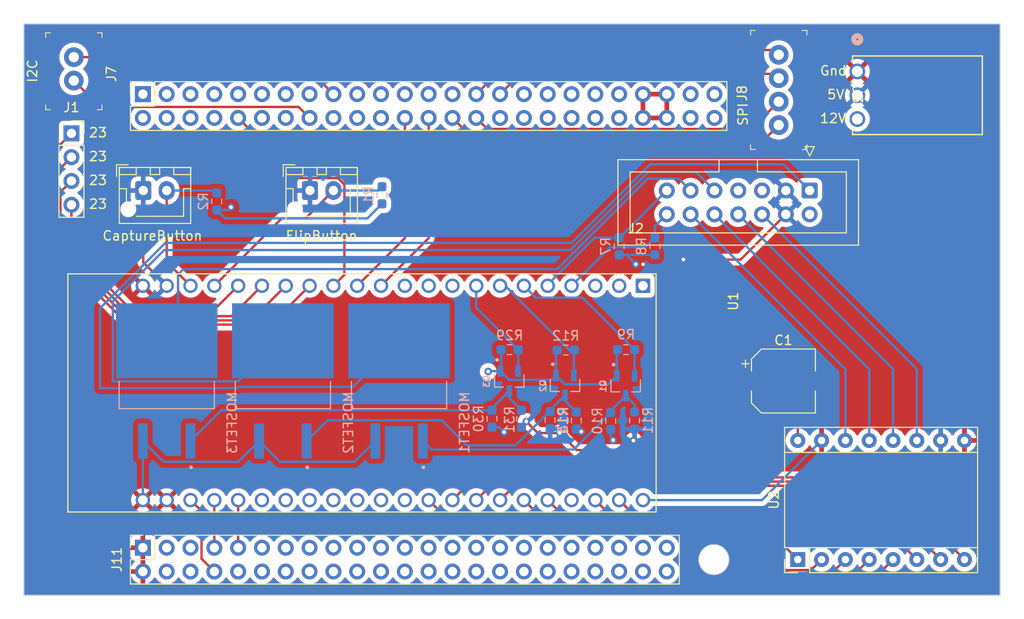
<source format=kicad_pcb>
(kicad_pcb (version 20240108) (generator "pcbnew") (generator_version "8.0")
  (layers (0 "F.Cu" signal) (1 "In1.Cu" signal) (2 "In2.Cu" signal) (31 "B.Cu" signal) (34 "B.Paste" user) (35 "F.Paste" user) (36 "B.SilkS" user "B.Silkscreen") (37 "F.SilkS" user "F.Silkscreen") (38 "B.Mask" user) (39 "F.Mask" user) (44 "Edge.Cuts" user))
  (net 0 "")
  (net 1 "Conn3")
  (net 2 "Conn4")
  (net 3 "Conn2")
  (net 4 "Conn1")
  (net 5 "GND")
  (net 22 "SPI1_D0")
  (net 23 "RxD")
  (net 24 "I2C1_SDA")
  (net 27 "SPI1_CS0")
  (net 31 "SPI1_D1")
  (net 34 "SPI1_SCLK")
  (net 44 "TxD")
  (net 76 "Sys_reset")
  (net 83 "Sw1")
  (net 84 "Sw2")
  (net 85 "1B")
  (net 86 "1A")
  (net 87 "TL-")
  (net 88 "BL-")
  (net 89 "2B")
  (net 90 "2A")
  (net 91 "UV-")
  (net 95 "I2C1_SCL")
  (net 98 "FlipButton")
  (net 99 "CaptureButton")
  (net 100 "TopLightsLV")
  (net 101 "+3.3V")
  (net 102 "TopLightsHV")
  (net 103 "BottomLightsLV")
  (net 104 "BottomLightsHV")
  (net 105 "UVLightsHV")
  (net 106 "UVLightsLV")
  (net 114 "MS3{slash}CS")
  (net 115 "DIR")
  (net 116 "RST{slash}SDO")
  (net 117 "MS2{slash}SCK")
  (net 118 "MS1{slash}SDI")
  (net 119 "EN")
  (net 120 "STEP")
  (net 121 "5V")
  (net 122 "+12V")
  (net 125 "SBC_Power")
  (net 126 "Wire2")
  (net 127 "Wire1")
  (net 131 "SLP{slash}NC")
  (footprint "Connector_PinSocket_2.54mm:PinSocket_1x04_P2.54mm_Vertical" (layer "F.Cu") (at 170.18 138.684)
    (property "Reference" "J1")
    (property "Value" "Conn_01x04_Pin" (hide yes))
  )
  (footprint "Connector_IDC:IDC-Header_2x07_P2.54mm_Vertical" (layer "F.Cu") (at 248.92 144.78 -90)
    (property "Reference" "J2")
    (property "Value" "Conn_02x07_Odd_Even")
  )
  (footprint "Module:Pololu_Breakout-16_15.2x20.3mm" (layer "F.Cu") (at 247.65 184.14 90)
    (property "Reference" "U2")
    (property "Value" "~")
  )
  (footprint "digikey-footprints:PinHeader_1x2_P2.5mm_Drill1.1mm" (layer "F.Cu") (at 170.434 130.556 -90)
    (property "Reference" "J7")
    (property "Value" "I2C")
  )
  (footprint "705530002:CONN3_53-0002_MOL" (layer "F.Cu") (at 254 132.08 -90)
    (property "Reference" "J3")
    (property "Value" "705530002")
  )
  (footprint "Connector_PinSocket_2.54mm:PinSocket_2x23_P2.54mm_Vertical" (layer "F.Cu") (at 177.8 182.88 90)
    (property "Reference" "J11")
    (property "Value" "BBAI_P8")
  )
  (footprint "Connector_JST:JST_XH_B2B-XH-AM_1x02_P2.50mm_Vertical" (layer "F.Cu") (at 177.84 144.78)
    (property "Reference" "Conn2")
    (property "Value" "CaptureButton")
  )
  (footprint "digikey-footprints:PinHeader_1x4_P2.5mm_Drill1.1mm" (layer "F.Cu") (at 245.618 137.802 90)
    (property "Reference" "J8")
    (property "Value" "SPI")
  )
  (footprint "Connector_JST:JST_XH_B2B-XH-AM_1x02_P2.50mm_Vertical" (layer "F.Cu") (at 195.62 144.78)
    (property "Reference" "Conn4")
    (property "Value" "FlipButton")
  )
  (footprint "ESP32-S3-DEVKITC-1-N8R2:XCVR_ESP32-S3-DEVKITC-1-N8R2" (layer "F.Cu") (at 201.17 166.37 -90)
    (property "Reference" "U1")
    (property "Value" "ESP32-S3-DEVKITC-1U-N8R2")
  )
  (footprint "Connector_PinSocket_2.54mm:PinSocket_2x25_P2.54mm_Vertical" (layer "F.Cu") (at 177.8 134.5 90)
    (property "Reference" "J10" (hide yes))
    (property "Value" "BBAI_P9")
  )
  (footprint "Capacitor_SMD:CP_Elec_6.3x5.9" (layer "F.Cu") (at 246.12 165.1)
    (property "Reference" "C1")
    (property "Value" "100uF/16V")
  )
  (footprint "Resistor_SMD:R_0603_1608Metric_Pad0.98x0.95mm_HandSolder" (layer "B.Cu") (at 224.028 169.3145 -90)
    (property "Reference" "R13")
    (property "Value" "1M")
  )
  (footprint "Resistor_SMD:R_0603_1608Metric_Pad0.98x0.95mm_HandSolder" (layer "B.Cu") (at 221.234 169.2675 90)
    (property "Reference" "R14")
    (property "Value" "10k")
  )
  (footprint "IRFZ44NSTRLPBF:DPAK254P1524X483-3N" (layer "B.Cu") (at 205.12 165.1 90)
    (property "Reference" "MOSFET1")
    (property "Value" "IRFZ44NSTRLPBF")
  )
  (footprint "Resistor_SMD:R_0603_1608Metric_Pad0.98x0.95mm_HandSolder" (layer "B.Cu") (at 216.916 161.754)
    (property "Reference" "R29")
    (property "Value" "10k")
  )
  (footprint "BSS138:SOT95P240X111-3N" (layer "B.Cu") (at 222.824 165.564 -90)
    (property "Reference" "Q2")
    (property "Value" "BSS138")
  )
  (footprint "Resistor_SMD:R_0603_1608Metric_Pad0.98x0.95mm_HandSolder" (layer "B.Cu") (at 218.186 169.12 90)
    (property "Reference" "R31")
    (property "Value" "10k")
  )
  (footprint "Resistor_SMD:R_0603_1608Metric_Pad0.98x0.95mm_HandSolder" (layer "B.Cu") (at 229.3335 161.754)
    (property "Reference" "R9")
    (property "Value" "10k")
  )
  (footprint "BSS138:SOT95P240X111-3N" (layer "B.Cu") (at 216.8785 165.1 -90)
    (property "Reference" "Q3")
    (property "Value" "BSS138")
  )
  (footprint "BSS138:SOT95P240X111-3N" (layer "B.Cu") (at 229.296 165.608 -90)
    (property "Reference" "Q1")
    (property "Value" "BSS138")
  )
  (footprint "Resistor_SMD:R_0603_1608Metric_Pad0.98x0.95mm_HandSolder" (layer "B.Cu") (at 232.41 150.7255 -90)
    (property "Reference" "R8")
    (property "Value" "10k")
  )
  (footprint "Resistor_SMD:R_0603_1608Metric_Pad0.98x0.95mm_HandSolder" (layer "B.Cu") (at 230.246 169.3115 90)
    (property "Reference" "R11")
    (property "Value" "10k")
  )
  (footprint "Resistor_SMD:R_0603_1608Metric_Pad0.98x0.95mm_HandSolder" (layer "B.Cu") (at 227.706 169.3585 -90)
    (property "Reference" "R10")
    (property "Value" "1M")
  )
  (footprint "Resistor_SMD:R_0603_1608Metric_Pad0.98x0.95mm_HandSolder" (layer "B.Cu") (at 203.3035 145.288 -90)
    (property "Reference" "R1")
    (property "Value" "10k")
  )
  (footprint "Resistor_SMD:R_0603_1608Metric_Pad0.98x0.95mm_HandSolder" (layer "B.Cu") (at 185.674 145.9465 -90)
    (property "Reference" "R2")
    (property "Value" "10k")
  )
  (footprint "Resistor_SMD:R_0603_1608Metric_Pad0.98x0.95mm_HandSolder" (layer "B.Cu") (at 228.6 150.7255 -90)
    (property "Reference" "R7")
    (property "Value" "10k")
  )
  (footprint "IRFZ44NSTRLPBF:DPAK254P1524X483-3N" (layer "B.Cu") (at 192.73 165.1 90)
    (property "Reference" "MOSFET2")
    (property "Value" "IRFZ44NSTRLPBF")
  )
  (footprint "Resistor_SMD:R_0603_1608Metric_Pad0.98x0.95mm_HandSolder" (layer "B.Cu") (at 215.0345 169.12 -90)
    (property "Reference" "R30")
    (property "Value" "1M")
  )
  (footprint "IRFZ44NSTRLPBF:DPAK254P1524X483-3N" (layer "B.Cu") (at 180.34 165.1 90)
    (property "Reference" "MOSFET3")
    (property "Value" "IRFZ44NSTRLPBF")
  )
  (footprint "Resistor_SMD:R_0603_1608Metric_Pad0.98x0.95mm_HandSolder" (layer "B.Cu") (at 222.9085 161.798)
    (property "Reference" "R12")
    (property "Value" "10k")
  )
  (gr_line (start 269.24 187.96) (end 269.24 127) (stroke (width 0.1)) (layer "Edge.Cuts"))
  (gr_line (start 165.1 187.96) (end 269.24 187.96) (stroke (width 0.1)) (layer "Edge.Cuts"))
  (gr_circle (center 238.702187 184.15) (end 240.302187 184.15) (stroke (width 0.1)) (fill none) (layer "Edge.Cuts"))
  (gr_line (start 269.24 127) (end 165.1 127) (stroke (width 0.1)) (layer "Edge.Cuts"))
  (gr_line (start 165.1 127) (end 165.1 187.96) (stroke (width 0.1)) (layer "Edge.Cuts"))
  (gr_text "23\n" (at 171.958 146.812 0) (layer "F.SilkS") (effects (font (size 1 1)) (justify left bottom)))
  (gr_text "5V\n" (at 250.698 135.128 0) (layer "F.SilkS") (effects (font (size 1 1)) (justify left bottom)))
  (gr_text "Gnd\n" (at 249.936 132.588 0) (layer "F.SilkS") (effects (font (size 1 1)) (justify left bottom)))
  (gr_text "23\n" (at 171.958 141.732 0) (layer "F.SilkS") (effects (font (size 1 1)) (justify left bottom)))
  (gr_text "23\n" (at 171.958 139.192 0) (layer "F.SilkS") (effects (font (size 1 1)) (justify left bottom)))
  (gr_text "12V\n" (at 249.936 137.668 0) (layer "F.SilkS") (effects (font (size 1 1)) (justify left bottom)))
  (gr_text "23\n" (at 171.958 144.272 0) (layer "F.SilkS") (effects (font (size 1 1)) (justify left bottom)))
  (segment (start 190.5 154.94) (end 187.256 158.184) (width 0.25) (layer "F.Cu") (net 1))
  (segment (start 187.256 158.184) (end 176.597604 158.184) (width 0.25) (layer "F.Cu") (net 1))
  (segment (start 169.005 144.939) (end 170.18 143.764) (width 0.25) (layer "F.Cu") (net 1))
  (segment (start 176.597604 158.184) (end 169.005 150.591396) (width 0.25) (layer "F.Cu") (net 1))
  (segment (start 169.005 150.591396) (end 169.005 144.939) (width 0.25) (layer "F.Cu") (net 1))
  (segment (start 176.784 157.734) (end 170.18 151.13) (width 0.25) (layer "F.Cu") (net 2))
  (segment (start 185.166 157.734) (end 176.784 157.734) (width 0.25) (layer "F.Cu") (net 2))
  (segment (start 170.18 151.13) (end 170.18 146.304) (width 0.25) (layer "F.Cu") (net 2))
  (segment (start 187.96 154.94) (end 185.166 157.734) (width 0.25) (layer "F.Cu") (net 2))
  (segment (start 168.402 143.002) (end 170.18 141.224) (width 0.25) (layer "F.Cu") (net 3))
  (segment (start 189.346 158.634) (end 176.411208 158.634) (width 0.25) (layer "F.Cu") (net 3))
  (segment (start 176.411208 158.634) (end 168.402 150.624792) (width 0.25) (layer "F.Cu") (net 3))
  (segment (start 193.04 154.94) (end 189.346 158.634) (width 0.25) (layer "F.Cu") (net 3))
  (segment (start 168.402 150.624792) (end 168.402 143.002) (width 0.25) (layer "F.Cu") (net 3))
  (segment (start 191.436 159.084) (end 176.224812 159.084) (width 0.25) (layer "F.Cu") (net 4))
  (segment (start 167.894 140.97) (end 170.18 138.684) (width 0.25) (layer "F.Cu") (net 4))
  (segment (start 195.58 154.94) (end 191.436 159.084) (width 0.25) (layer "F.Cu") (net 4))
  (segment (start 176.224812 159.084) (end 167.894 150.753188) (width 0.25) (layer "F.Cu") (net 4))
  (segment (start 167.894 150.753188) (end 167.894 140.97) (width 0.25) (layer "F.Cu") (net 4))
  (via (at 216.323707 170.547079) (size 0.8) (drill 0.4) (layers "F.Cu" "B.Cu") (net 5))
  (via (at 227.96 171.406) (size 0.8) (drill 0.4) (layers "F.Cu" "B.Cu") (net 5))
  (via (at 187.198 146.558) (size 0.8) (drill 0.4) (layers "F.Cu" "B.Cu") (net 5))
  (via (at 224.55798 170.498004) (size 0.8) (drill 0.4) (layers "F.Cu" "B.Cu") (net 5))
  (via (at 230.378 152.654) (size 0.8) (drill 0.4) (layers "F.Cu" "B.Cu") (net 5))
  (segment (start 229.362 151.638) (end 230.378 152.654) (width 0.25) (layer "B.Cu") (net 5))
  (segment (start 216.323707 170.878793) (end 216.323707 170.547079) (width 0.25) (layer "B.Cu") (net 5))
  (segment (start 224.299004 170.498004) (end 224.55798 170.498004) (width 0.25) (layer "B.Cu") (net 5))
  (segment (start 177.8 171.5) (end 177.8 177.8) (width 0.25) (layer "B.Cu") (net 5))
  (segment (start 224.028 170.227) (end 224.299004 170.498004) (width 0.25) (layer "B.Cu") (net 5))
  (segment (start 186.897 146.859) (end 187.198 146.558) (width 0.25) (layer "B.Cu") (net 5))
  (segment (start 180.015 173.715) (end 177.8 171.5) (width 0.25) (layer "B.Cu") (net 5))
  (segment (start 228.6 151.638) (end 229.362 151.638) (width 0.25) (layer "B.Cu") (net 5))
  (segment (start 200.365 173.715) (end 192.405 173.715) (width 0.25) (layer "B.Cu") (net 5))
  (segment (start 202.58 171.5) (end 200.365 173.715) (width 0.25) (layer "B.Cu") (net 5))
  (segment (start 185.674 146.859) (end 186.897 146.859) (width 0.25) (layer "B.Cu") (net 5))
  (segment (start 243.83 177.8) (end 250.19 171.44) (width 0.25) (layer "B.Cu") (net 5))
  (segment (start 215.0345 170.0325) (end 215.809128 170.0325) (width 0.25) (layer "B.Cu") (net 5))
  (segment (start 187.975 173.715) (end 180.015 173.715) (width 0.25) (layer "B.Cu") (net 5))
  (segment (start 190.19 171.5) (end 187.975 173.715) (width 0.25) (layer "B.Cu") (net 5))
  (segment (start 227.706 170.271) (end 227.706 171.152) (width 0.25) (layer "B.Cu") (net 5))
  (segment (start 215.809128 170.0325) (end 216.323707 170.547079) (width 0.25) (layer "B.Cu") (net 5))
  (segment (start 232.41 151.638) (end 228.6 151.638) (width 0.25) (layer "B.Cu") (net 5))
  (segment (start 227.706 171.152) (end 227.96 171.406) (width 0.25) (layer "B.Cu") (net 5))
  (segment (start 216.3045 170.898) (end 216.323707 170.878793) (width 0.25) (layer "B.Cu") (net 5))
  (segment (start 192.405 173.715) (end 190.19 171.5) (width 0.25) (layer "B.Cu") (net 5))
  (segment (start 231.14 177.8) (end 243.83 177.8) (width 0.25) (layer "B.Cu") (net 5))
  (segment (start 186.57 147.755) (end 185.674 146.859) (width 0.25) (layer "B.Cu") (net 5))
  (segment (start 201.749 147.755) (end 186.57 147.755) (width 0.25) (layer "B.Cu") (net 5))
  (segment (start 203.3035 146.2005) (end 201.749 147.755) (width 0.25) (layer "B.Cu") (net 5))
  (segment (start 218.066 129.794) (end 245.11 129.794) (width 0.25) (layer "F.Cu") (net 22))
  (segment (start 213.36 134.5) (end 218.066 129.794) (width 0.25) (layer "F.Cu") (net 22))
  (segment (start 245.11 129.794) (end 245.618 130.302) (width 0.25) (layer "F.Cu") (net 22))
  (segment (start 208.28 137.04) (end 208.28 149.86) (width 0.25) (layer "F.Cu") (net 23))
  (segment (start 208.28 149.86) (end 203.2 154.94) (width 0.25) (layer "F.Cu") (net 23))
  (segment (start 173.243 135.865) (end 194.405 135.865) (width 0.25) (layer "F.Cu") (net 24))
  (segment (start 170.434 133.056) (end 173.243 135.865) (width 0.25) (layer "F.Cu") (net 24))
  (segment (start 194.405 135.865) (end 195.58 137.04) (width 0.25) (layer "F.Cu") (net 24))
  (segment (start 244.228 139.192) (end 245.618 137.802) (width 0.25) (layer "F.Cu") (net 27))
  (segment (start 210.82 137.04) (end 212.972 139.192) (width 0.25) (layer "F.Cu") (net 27))
  (segment (start 212.972 139.192) (end 244.228 139.192) (width 0.25) (layer "F.Cu") (net 27))
  (segment (start 242.705 138.215) (end 245.618 135.302) (width 0.25) (layer "F.Cu") (net 31))
  (segment (start 213.36 137.04) (end 214.535 138.215) (width 0.25) (layer "F.Cu") (net 31))
  (segment (start 214.535 138.215) (end 242.705 138.215) (width 0.25) (layer "F.Cu") (net 31))
  (segment (start 218.066 132.334) (end 245.15 132.334) (width 0.25) (layer "F.Cu") (net 34))
  (segment (start 245.15 132.334) (end 245.618 132.802) (width 0.25) (layer "F.Cu") (net 34))
  (segment (start 215.9 134.5) (end 218.066 132.334) (width 0.25) (layer "F.Cu") (net 34))
  (segment (start 205.74 149.86) (end 200.66 154.94) (width 0.25) (layer "F.Cu") (net 44))
  (segment (start 205.74 137.04) (end 205.74 149.86) (width 0.25) (layer "F.Cu") (net 44))
  (segment (start 199.295 144.143299) (end 199.295 153.765) (width 0.25) (layer "F.Cu") (net 76))
  (segment (start 187.96 137.04) (end 194.375 143.455) (width 0.25) (layer "F.Cu") (net 76))
  (segment (start 199.295 153.765) (end 198.12 154.94) (width 0.25) (layer "F.Cu") (net 76))
  (segment (start 198.606701 143.455) (end 199.295 144.143299) (width 0.25) (layer "F.Cu") (net 76))
  (segment (start 194.375 143.455) (end 198.606701 143.455) (width 0.25) (layer "F.Cu") (net 76))
  (segment (start 225.981396 149.813) (end 220.98 154.814396) (width 0.25) (layer "B.Cu") (net 83))
  (segment (start 220.98 154.814396) (end 220.98 154.94) (width 0.25) (layer "B.Cu") (net 83))
  (segment (start 228.6 149.813) (end 225.981396 149.813) (width 0.25) (layer "B.Cu") (net 83))
  (segment (start 228.647 149.813) (end 233.68 144.78) (width 0.25) (layer "B.Cu") (net 83))
  (segment (start 228.6 149.813) (end 228.647 149.813) (width 0.25) (layer "B.Cu") (net 83))
  (segment (start 232.41 149.813) (end 231.3975 150.8255) (width 0.25) (layer "B.Cu") (net 84))
  (segment (start 227.6345 150.8255) (end 223.52 154.94) (width 0.25) (layer "B.Cu") (net 84))
  (segment (start 232.41 148.59) (end 233.68 147.32) (width 0.25) (layer "B.Cu") (net 84))
  (segment (start 231.3975 150.8255) (end 227.6345 150.8255) (width 0.25) (layer "B.Cu") (net 84))
  (segment (start 232.41 149.813) (end 232.41 148.59) (width 0.25) (layer "B.Cu") (net 84))
  (segment (start 260.35 163.83) (end 243.84 147.32) (width 0.25) (layer "B.Cu") (net 85))
  (segment (start 260.35 171.44) (end 260.35 163.83) (width 0.25) (layer "B.Cu") (net 85))
  (segment (start 257.81 163.83) (end 241.3 147.32) (width 0.25) (layer "B.Cu") (net 86))
  (segment (start 257.81 171.44) (end 257.81 163.83) (width 0.25) (layer "B.Cu") (net 86))
  (segment (start 187.881604 165.862) (end 173.228 165.862) (width 0.25) (layer "B.Cu") (net 87))
  (segment (start 223.517208 150.368) (end 231.899208 141.986) (width 0.25) (layer "B.Cu") (net 87))
  (segment (start 231.899208 141.986) (end 246.126 141.986) (width 0.25) (layer "B.Cu") (net 87))
  (segment (start 180.194111 150.368) (end 223.517208 150.368) (width 0.25) (layer "B.Cu") (net 87))
  (segment (start 246.126 141.986) (end 248.92 144.78) (width 0.25) (layer "B.Cu") (net 87))
  (segment (start 173.228 165.862) (end 173.228 157.334111) (width 0.25) (layer "B.Cu") (net 87))
  (segment (start 173.228 157.334111) (end 180.194111 150.368) (width 0.25) (layer "B.Cu") (net 87))
  (segment (start 188.017873 165.725731) (end 187.881604 165.862) (width 0.25) (layer "B.Cu") (net 87))
  (segment (start 200.204269 165.725731) (end 188.017873 165.725731) (width 0.25) (layer "B.Cu") (net 87))
  (segment (start 205.12 160.81) (end 200.204269 165.725731) (width 0.25) (layer "B.Cu") (net 87))
  (segment (start 231.715604 142.806) (end 236.786 142.806) (width 0.25) (layer "B.Cu") (net 88))
  (segment (start 223.391604 151.13) (end 231.715604 142.806) (width 0.25) (layer "B.Cu") (net 88))
  (segment (start 180.068507 151.13) (end 223.391604 151.13) (width 0.25) (layer "B.Cu") (net 88))
  (segment (start 174.595 156.603507) (end 180.068507 151.13) (width 0.25) (layer "B.Cu") (net 88))
  (segment (start 187.972208 165.135) (end 174.595 165.135) (width 0.25) (layer "B.Cu") (net 88))
  (segment (start 192.297208 160.81) (end 187.972208 165.135) (width 0.25) (layer "B.Cu") (net 88))
  (segment (start 174.595 165.135) (end 174.595 156.603507) (width 0.25) (layer "B.Cu") (net 88))
  (segment (start 192.73 160.81) (end 192.297208 160.81) (width 0.25) (layer "B.Cu") (net 88))
  (segment (start 236.786 142.806) (end 238.76 144.78) (width 0.25) (layer "B.Cu") (net 88))
  (segment (start 252.73 171.44) (end 252.73 163.83) (width 0.25) (layer "B.Cu") (net 89))
  (segment (start 252.73 163.83) (end 236.22 147.32) (width 0.25) (layer "B.Cu") (net 89))
  (segment (start 255.27 171.44) (end 255.27 163.83) (width 0.25) (layer "B.Cu") (net 90))
  (segment (start 255.27 163.83) (end 238.76 147.32) (width 0.25) (layer "B.Cu") (net 90))
  (segment (start 234.95 143.51) (end 236.22 144.78) (width 0.25) (layer "B.Cu") (net 91))
  (segment (start 182.127604 153.162) (end 221.996 153.162) (width 0.25) (layer "B.Cu") (net 91))
  (segment (start 180.34 160.81) (end 181.552 159.598) (width 0.25) (layer "B.Cu") (net 91))
  (segment (start 221.996 153.162) (end 231.648 143.51) (width 0.25) (layer "B.Cu") (net 91))
  (segment (start 181.552 153.737604) (end 182.127604 153.162) (width 0.25) (layer "B.Cu") (net 91))
  (segment (start 181.552 159.598) (end 181.552 153.737604) (width 0.25) (layer "B.Cu") (net 91))
  (segment (start 231.648 143.51) (end 234.95 143.51) (width 0.25) (layer "B.Cu") (net 91))
  (segment (start 170.434 130.556) (end 194.176 130.556) (width 0.25) (layer "F.Cu") (net 95))
  (segment (start 194.176 130.556) (end 198.12 134.5) (width 0.25) (layer "F.Cu") (net 95))
  (segment (start 192.605 147.755) (end 195.145 147.755) (width 0.25) (layer "F.Cu") (net 98))
  (segment (start 195.145 147.755) (end 198.12 144.78) (width 0.25) (layer "F.Cu") (net 98))
  (segment (start 185.42 154.94) (end 192.605 147.755) (width 0.25) (layer "F.Cu") (net 98))
  (segment (start 202.899 144.78) (end 203.3035 144.3755) (width 0.25) (layer "B.Cu") (net 98))
  (segment (start 198.12 144.78) (end 202.899 144.78) (width 0.25) (layer "B.Cu") (net 98))
  (segment (start 182.88 154.94) (end 180.34 152.4) (width 0.25) (layer "F.Cu") (net 99))
  (segment (start 180.34 152.4) (end 180.34 144.78) (width 0.25) (layer "F.Cu") (net 99))
  (segment (start 180.34 144.78) (end 185.42 144.78) (width 0.25) (layer "B.Cu") (net 99))
  (segment (start 185.42 144.78) (end 185.674 145.034) (width 0.25) (layer "B.Cu") (net 99))
  (segment (start 230.246 161.754) (end 224.702 156.21) (width 0.25) (layer "B.Cu") (net 100))
  (segment (start 224.702 156.21) (end 219.71 156.21) (width 0.25) (layer "B.Cu") (net 100))
  (segment (start 230.246 164.548) (end 230.246 161.754) (width 0.25) (layer "B.Cu") (net 100))
  (segment (start 219.71 156.21) (end 218.44 154.94) (width 0.25) (layer "B.Cu") (net 100))
  (via (at 214.63 164.084) (size 0.8) (drill 0.4) (layers "F.Cu" "B.Cu") (net 101))
  (segment (start 214.674 164.04) (end 214.63 164.084) (width 0.25) (layer "B.Cu") (net 101))
  (segment (start 215.9285 164.04) (end 216.8685 164.98) (width 0.25) (layer "B.Cu") (net 101))
  (segment (start 216.0035 163.965) (end 215.9285 164.04) (width 0.25) (layer "B.Cu") (net 101))
  (segment (start 216.0035 161.754) (end 216.0035 163.965) (width 0.25) (layer "B.Cu") (net 101))
  (segment (start 221.874 164.504) (end 221.874 161.92) (width 0.25) (layer "B.Cu") (net 101))
  (segment (start 227.45 165.444) (end 228.346 164.548) (width 0.25) (layer "B.Cu") (net 101))
  (segment (start 221.874 164.504) (end 222.814 165.444) (width 0.25) (layer "B.Cu") (net 101))
  (segment (start 221.398 164.98) (end 221.874 164.504) (width 0.25) (layer "B.Cu") (net 101))
  (segment (start 222.814 165.444) (end 227.45 165.444) (width 0.25) (layer "B.Cu") (net 101))
  (segment (start 228.346 161.829) (end 228.421 161.754) (width 0.25) (layer "B.Cu") (net 101))
  (segment (start 221.874 161.92) (end 221.996 161.798) (width 0.25) (layer "B.Cu") (net 101))
  (segment (start 215.9285 164.04) (end 214.674 164.04) (width 0.25) (layer "B.Cu") (net 101))
  (segment (start 216.8685 164.98) (end 221.398 164.98) (width 0.25) (layer "B.Cu") (net 101))
  (segment (start 228.346 164.548) (end 228.346 161.829) (width 0.25) (layer "B.Cu") (net 101))
  (segment (start 207.66 171.5) (end 208.568 172.408) (width 0.25) (layer "B.Cu") (net 102))
  (segment (start 230.246 168.399) (end 230.246 167.618) (width 0.25) (layer "B.Cu") (net 102))
  (segment (start 227.706 168.258) (end 229.296 166.668) (width 0.25) (layer "B.Cu") (net 102))
  (segment (start 230.246 167.618) (end 229.296 166.668) (width 0.25) (layer "B.Cu") (net 102))
  (segment (start 227.706 168.446) (end 227.706 168.258) (width 0.25) (layer "B.Cu") (net 102))
  (segment (start 223.744 172.408) (end 227.706 168.446) (width 0.25) (layer "B.Cu") (net 102))
  (segment (start 208.568 172.408) (end 223.744 172.408) (width 0.25) (layer "B.Cu") (net 102))
  (segment (start 223.287103 161.798) (end 216.429103 154.94) (width 0.25) (layer "B.Cu") (net 103))
  (segment (start 216.429103 154.94) (end 215.9 154.94) (width 0.25) (layer "B.Cu") (net 103))
  (segment (start 223.774 164.504) (end 223.774 161.845) (width 0.25) (layer "B.Cu") (net 103))
  (segment (start 223.774 161.845) (end 223.821 161.798) (width 0.25) (layer "B.Cu") (net 103))
  (segment (start 223.821 161.798) (end 223.287103 161.798) (width 0.25) (layer "B.Cu") (net 103))
  (segment (start 195.27 171.5) (end 197.485 169.285) (width 0.25) (layer "B.Cu") (net 104))
  (segment (start 221.234 168.355) (end 221.234 168.214) (width 0.25) (layer "B.Cu") (net 104))
  (segment (start 221.234 168.214) (end 222.824 166.624) (width 0.25) (layer "B.Cu") (net 104))
  (segment (start 217.550076 171.958) (end 212.344 171.958) (width 0.25) (layer "B.Cu") (net 104))
  (segment (start 197.485 169.285) (end 209.671 169.285) (width 0.25) (layer "B.Cu") (net 104))
  (segment (start 221.234 168.355) (end 221.153076 168.355) (width 0.25) (layer "B.Cu") (net 104))
  (segment (start 222.824 167.198) (end 224.028 168.402) (width 0.25) (layer "B.Cu") (net 104))
  (segment (start 221.153076 168.355) (end 217.550076 171.958) (width 0.25) (layer "B.Cu") (net 104))
  (segment (start 222.824 166.624) (end 222.824 167.198) (width 0.25) (layer "B.Cu") (net 104))
  (segment (start 209.671 169.285) (end 212.344 171.958) (width 0.25) (layer "B.Cu") (net 104))
  (segment (start 186.1725 168.2075) (end 215.0345 168.2075) (width 0.25) (layer "B.Cu") (net 105))
  (segment (start 215.0345 168.004) (end 216.8785 166.16) (width 0.25) (layer "B.Cu") (net 105))
  (segment (start 218.186 168.612) (end 218.186 168.2075) (width 0.25) (layer "B.Cu") (net 105))
  (segment (start 216.8785 166.9) (end 218.186 168.2075) (width 0.25) (layer "B.Cu") (net 105))
  (segment (start 216.8785 166.16) (end 216.8785 166.9) (width 0.25) (layer "B.Cu") (net 105))
  (segment (start 182.88 171.5) (end 186.1725 168.2075) (width 0.25) (layer "B.Cu") (net 105))
  (segment (start 215.0345 168.2075) (end 215.0345 168.004) (width 0.25) (layer "B.Cu") (net 105))
  (segment (start 213.36 157.2855) (end 213.36 154.94) (width 0.25) (layer "B.Cu") (net 106))
  (segment (start 217.8285 164.04) (end 217.528501 164.04) (width 0.25) (layer "B.Cu") (net 106))
  (segment (start 217.8285 161.754) (end 213.36 157.2855) (width 0.25) (layer "B.Cu") (net 106))
  (segment (start 217.8285 164.04) (end 217.8285 161.754) (width 0.25) (layer "B.Cu") (net 106))
  (segment (start 221.314 180.674) (end 218.44 177.8) (width 0.25) (layer "F.Cu") (net 114))
  (segment (start 245.364 186.182) (end 239.856 180.674) (width 0.25) (layer "F.Cu") (net 114))
  (segment (start 255.27 184.14) (end 253.228 186.182) (width 0.25) (layer "F.Cu") (net 114))
  (segment (start 239.856 180.674) (end 221.314 180.674) (width 0.25) (layer "F.Cu") (net 114))
  (segment (start 253.228 186.182) (end 245.364 186.182) (width 0.25) (layer "F.Cu") (net 114))
  (segment (start 265.43 184.14) (end 256.666 175.376) (width 0.25) (layer "F.Cu") (net 115))
  (segment (start 256.666 175.376) (end 213.244 175.376) (width 0.25) (layer "F.Cu") (net 115))
  (segment (start 213.244 175.376) (end 210.82 177.8) (width 0.25) (layer "F.Cu") (net 115))
  (segment (start 257.81 184.14) (end 254.868 187.082) (width 0.25) (layer "F.Cu") (net 116))
  (segment (start 239.544 181.124) (end 211.604 181.124) (width 0.25) (layer "F.Cu") (net 116))
  (segment (start 254.868 187.082) (end 245.502 187.082) (width 0.25) (layer "F.Cu") (net 116))
  (segment (start 211.604 181.124) (end 208.28 177.8) (width 0.25) (layer "F.Cu") (net 116))
  (segment (start 245.502 187.082) (end 239.544 181.124) (width 0.25) (layer "F.Cu") (net 116))
  (segment (start 252.73 184.14) (end 251.138 185.732) (width 0.25) (layer "F.Cu") (net 117))
  (segment (start 240.168 180.224) (end 223.404 180.224) (width 0.25) (layer "F.Cu") (net 117))
  (segment (start 251.138 185.732) (end 245.676 185.732) (width 0.25) (layer "F.Cu") (net 117))
  (segment (start 223.404 180.224) (end 220.98 177.8) (width 0.25) (layer "F.Cu") (net 117))
  (segment (start 245.676 185.732) (end 240.168 180.224) (width 0.25) (layer "F.Cu") (net 117))
  (segment (start 228.034 179.774) (end 226.06 177.8) (width 0.25) (layer "F.Cu") (net 118))
  (segment (start 249.065 185.265) (end 245.845396 185.265) (width 0.25) (layer "F.Cu") (net 118))
  (segment (start 240.354396 179.774) (end 228.034 179.774) (width 0.25) (layer "F.Cu") (net 118))
  (segment (start 250.19 184.14) (end 249.065 185.265) (width 0.25) (layer "F.Cu") (net 118))
  (segment (start 245.845396 185.265) (end 240.354396 179.774) (width 0.25) (layer "F.Cu") (net 118))
  (segment (start 242.834 179.324) (end 230.124 179.324) (width 0.25) (layer "F.Cu") (net 119))
  (segment (start 247.65 184.14) (end 242.834 179.324) (width 0.25) (layer "F.Cu") (net 119))
  (segment (start 230.124 179.324) (end 228.6 177.8) (width 0.25) (layer "F.Cu") (net 119))
  (segment (start 215.334 175.826) (end 213.36 177.8) (width 0.25) (layer "F.Cu") (net 120))
  (segment (start 262.89 184.14) (end 254.576 175.826) (width 0.25) (layer "F.Cu") (net 120))
  (segment (start 254.576 175.826) (end 215.334 175.826) (width 0.25) (layer "F.Cu") (net 120))
  (segment (start 177.84 144.78) (end 177.84 152.44) (width 0.25) (layer "F.Cu") (net 121))
  (segment (start 241.554 152.146) (end 235.458 152.146) (width 0.25) (layer "F.Cu") (net 121))
  (segment (start 218.694 169.418) (end 219.92 170.644) (width 0.25) (layer "F.Cu") (net 121))
  (segment (start 229.616 172.466) (end 230.124 171.958) (width 0.25) (layer "F.Cu") (net 121))
  (segment (start 219.92 170.644) (end 222.25 170.644) (width 0.25) (layer "F.Cu") (net 121))
  (segment (start 246.38 147.32) (end 241.554 152.146) (width 0.25) (layer "F.Cu") (net 121))
  (segment (start 177.84 152.44) (end 180.34 154.94) (width 0.25) (layer "F.Cu") (net 121))
  (segment (start 230.124 171.958) (end 230.124 171.45) (width 0.25) (layer "F.Cu") (net 121))
  (segment (start 222.25 170.644) (end 224.072 172.466) (width 0.25) (layer "F.Cu") (net 121))
  (segment (start 224.072 172.466) (end 229.616 172.466) (width 0.25) (layer "F.Cu") (net 121))
  (via (at 218.694 169.418) (size 0.8) (drill 0.4) (layers "F.Cu" "B.Cu") (net 121))
  (via (at 235.458 152.146) (size 0.8) (drill 0.4) (layers "F.Cu" "B.Cu") (net 121))
  (via (at 222.25 170.644) (size 0.8) (drill 0.4) (layers "F.Cu" "B.Cu") (net 121))
  (via (at 230.124 171.45) (size 0.8) (drill 0.4) (layers "F.Cu" "B.Cu") (net 121))
  (segment (start 221.234 170.18) (end 221.786 170.18) (width 0.25) (layer "B.Cu") (net 121))
  (segment (start 218.186 169.926) (end 218.694 169.418) (width 0.25) (layer "B.Cu") (net 121))
  (segment (start 218.186 170.0325) (end 218.186 169.926) (width 0.25) (layer "B.Cu") (net 121))
  (segment (start 230.124 171.45) (end 230.124 170.346) (width 0.25) (layer "B.Cu") (net 121))
  (segment (start 230.124 170.346) (end 230.246 170.224) (width 0.25) (layer "B.Cu") (net 121))
  (segment (start 221.786 170.18) (end 222.25 170.644) (width 0.25) (layer "B.Cu") (net 121))
  (segment (start 247.65 169.43) (end 247.65 171.44) (width 0.25) (layer "F.Cu") (net 122))
  (segment (start 243.32 165.1) (end 247.65 169.43) (width 0.25) (layer "F.Cu") (net 122))
  (segment (start 185.42 182.88) (end 185.42 177.8) (width 0.25) (layer "F.Cu") (net 125))
  (segment (start 187.96 182.88) (end 187.96 177.8) (width 0.25) (layer "F.Cu") (net 126))
  (segment (start 184.055 178.975) (end 182.88 177.8) (width 0.25) (layer "F.Cu") (net 127))
  (segment (start 184.055 184.055) (end 184.055 178.975) (width 0.25) (layer "F.Cu") (net 127))
  (segment (start 185.42 185.42) (end 184.055 184.055) (width 0.25) (layer "F.Cu") (net 127))
  (segment (start 260.35 184.14) (end 252.486 176.276) (width 0.25) (layer "F.Cu") (net 131))
  (segment (start 217.424 176.276) (end 215.9 177.8) (width 0.25) (layer "F.Cu") (net 131))
  (segment (start 252.486 176.276) (end 217.424 176.276) (width 0.25) (layer "F.Cu") (net 131))
  (zone (net 5) (net_name "GND") (layer "F.Cu") (connect_pads (clearance 0.5)) (min_thickness 0.25) (fill yes (thermal_gap 0.5) (thermal_bridge_width 0.5))
    (polygon (pts (xy 162.56 124.46) (xy 271.78 124.46) (xy 271.78 190.5) (xy 162.56 190.5)))
  )
  (zone (net 121) (net_name "5V") (layer "B.Cu") (priority 1) (connect_pads (clearance 0.5)) (min_thickness 0.25) (fill yes (thermal_gap 0.5) (thermal_bridge_width 0.5))
    (polygon (pts (xy 162.56 190.5) (xy 162.56 124.46) (xy 271.78 124.46) (xy 271.78 190.5)))
  )
)
</source>
